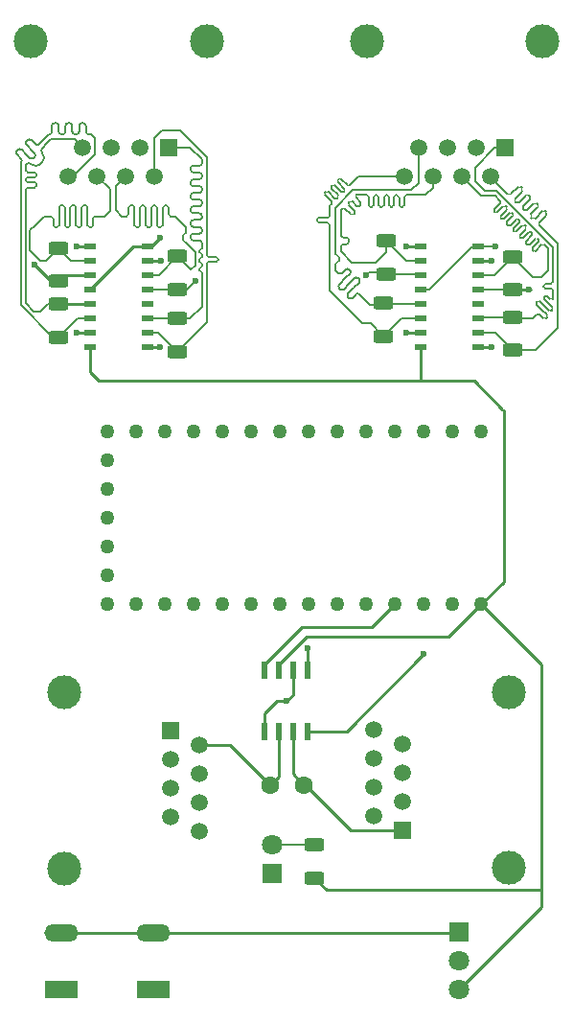
<source format=gtl>
G04 #@! TF.GenerationSoftware,KiCad,Pcbnew,8.0.0*
G04 #@! TF.CreationDate,2024-12-09T13:49:38-06:00*
G04 #@! TF.ProjectId,LightControlBoard,4c696768-7443-46f6-9e74-726f6c426f61,rev?*
G04 #@! TF.SameCoordinates,Original*
G04 #@! TF.FileFunction,Copper,L1,Top*
G04 #@! TF.FilePolarity,Positive*
%FSLAX46Y46*%
G04 Gerber Fmt 4.6, Leading zero omitted, Abs format (unit mm)*
G04 Created by KiCad (PCBNEW 8.0.0) date 2024-12-09 13:49:38*
%MOMM*%
%LPD*%
G01*
G04 APERTURE LIST*
G04 Aperture macros list*
%AMRoundRect*
0 Rectangle with rounded corners*
0 $1 Rounding radius*
0 $2 $3 $4 $5 $6 $7 $8 $9 X,Y pos of 4 corners*
0 Add a 4 corners polygon primitive as box body*
4,1,4,$2,$3,$4,$5,$6,$7,$8,$9,$2,$3,0*
0 Add four circle primitives for the rounded corners*
1,1,$1+$1,$2,$3*
1,1,$1+$1,$4,$5*
1,1,$1+$1,$6,$7*
1,1,$1+$1,$8,$9*
0 Add four rect primitives between the rounded corners*
20,1,$1+$1,$2,$3,$4,$5,0*
20,1,$1+$1,$4,$5,$6,$7,0*
20,1,$1+$1,$6,$7,$8,$9,0*
20,1,$1+$1,$8,$9,$2,$3,0*%
G04 Aperture macros list end*
G04 #@! TA.AperFunction,ComponentPad*
%ADD10R,1.800000X1.800000*%
G04 #@! TD*
G04 #@! TA.AperFunction,ComponentPad*
%ADD11C,1.800000*%
G04 #@! TD*
G04 #@! TA.AperFunction,ComponentPad*
%ADD12C,3.000000*%
G04 #@! TD*
G04 #@! TA.AperFunction,ComponentPad*
%ADD13C,1.500000*%
G04 #@! TD*
G04 #@! TA.AperFunction,ComponentPad*
%ADD14R,1.500000X1.500000*%
G04 #@! TD*
G04 #@! TA.AperFunction,ComponentPad*
%ADD15C,1.600000*%
G04 #@! TD*
G04 #@! TA.AperFunction,SMDPad,CuDef*
%ADD16RoundRect,0.250000X-0.625000X0.312500X-0.625000X-0.312500X0.625000X-0.312500X0.625000X0.312500X0*%
G04 #@! TD*
G04 #@! TA.AperFunction,SMDPad,CuDef*
%ADD17RoundRect,0.250000X0.625000X-0.312500X0.625000X0.312500X-0.625000X0.312500X-0.625000X-0.312500X0*%
G04 #@! TD*
G04 #@! TA.AperFunction,ComponentPad*
%ADD18C,1.265000*%
G04 #@! TD*
G04 #@! TA.AperFunction,SMDPad,CuDef*
%ADD19R,0.609600X1.549400*%
G04 #@! TD*
G04 #@! TA.AperFunction,SMDPad,CuDef*
%ADD20R,1.104900X0.508000*%
G04 #@! TD*
G04 #@! TA.AperFunction,ComponentPad*
%ADD21R,3.000000X1.500000*%
G04 #@! TD*
G04 #@! TA.AperFunction,ComponentPad*
%ADD22O,3.000000X1.500000*%
G04 #@! TD*
G04 #@! TA.AperFunction,ViaPad*
%ADD23C,0.600000*%
G04 #@! TD*
G04 #@! TA.AperFunction,Conductor*
%ADD24C,0.254000*%
G04 #@! TD*
G04 #@! TA.AperFunction,Conductor*
%ADD25C,0.200000*%
G04 #@! TD*
G04 APERTURE END LIST*
D10*
X134930000Y-112080000D03*
D11*
X134930000Y-109540000D03*
D12*
X116580000Y-111645000D03*
X116580000Y-96105000D03*
D13*
X128520000Y-108320000D03*
X125980000Y-107050000D03*
X128520000Y-105780000D03*
X125980000Y-104510000D03*
X128520000Y-103240000D03*
X125980000Y-101970000D03*
X128520000Y-100700000D03*
D14*
X125980000Y-99430000D03*
D15*
X134755000Y-104255000D03*
X137755000Y-104255000D03*
D16*
X144780000Y-61710000D03*
X144780000Y-64635000D03*
X116090000Y-56855000D03*
X116090000Y-59780000D03*
X116060000Y-61810000D03*
X116060000Y-64735000D03*
X126570000Y-63070000D03*
X126570000Y-65995000D03*
D14*
X125815000Y-47950000D03*
D13*
X124545000Y-50490000D03*
X123275000Y-47950000D03*
X122005000Y-50490000D03*
X120735000Y-47950000D03*
X119465000Y-50490000D03*
X118195000Y-47950000D03*
X116925000Y-50490000D03*
D12*
X129140000Y-38550000D03*
X113600000Y-38550000D03*
D17*
X138655000Y-112460000D03*
X138655000Y-109535000D03*
D10*
X151430000Y-117225000D03*
D11*
X151430000Y-119765000D03*
X151430000Y-122305000D03*
D14*
X155505000Y-47995000D03*
D13*
X154235000Y-50535000D03*
X152965000Y-47995000D03*
X151695000Y-50535000D03*
X150425000Y-47995000D03*
X149155000Y-50535000D03*
X147885000Y-47995000D03*
X146615000Y-50535000D03*
D12*
X158830000Y-38595000D03*
X143290000Y-38595000D03*
D18*
X153410000Y-73040000D03*
X150870000Y-73040000D03*
X148330000Y-73040000D03*
X145790000Y-73040000D03*
X143250000Y-73040000D03*
X140710000Y-73040000D03*
X138170000Y-73040000D03*
X135630000Y-73040000D03*
X133090000Y-73040000D03*
X130550000Y-73040000D03*
X128010000Y-73040000D03*
X125470000Y-73040000D03*
X122930000Y-73040000D03*
X120390000Y-73040000D03*
X120390000Y-75580000D03*
X120390000Y-78120000D03*
X120390000Y-80660000D03*
X120390000Y-83200000D03*
X120390000Y-85740000D03*
X120390000Y-88280000D03*
X122930000Y-88280000D03*
X125470000Y-88280000D03*
X128010000Y-88280000D03*
X130550000Y-88280000D03*
X133090000Y-88280000D03*
X135630000Y-88280000D03*
X138170000Y-88280000D03*
X140710000Y-88280000D03*
X143250000Y-88280000D03*
X145790000Y-88280000D03*
X148330000Y-88280000D03*
X150870000Y-88280000D03*
X153410000Y-88280000D03*
D19*
X138060000Y-99505000D03*
X136790000Y-99505000D03*
X135520000Y-99505000D03*
X134250000Y-99505000D03*
X134250000Y-94105000D03*
X135520000Y-94105000D03*
X136790000Y-94105000D03*
X138060000Y-94105000D03*
D20*
X153110000Y-65574262D03*
X153110000Y-64304262D03*
X153110000Y-63034262D03*
X153110000Y-61764262D03*
X153110000Y-60494262D03*
X153110000Y-59224262D03*
X153110000Y-57954262D03*
X153110000Y-56684262D03*
X148030000Y-56684262D03*
X148030000Y-57954262D03*
X148030000Y-59224262D03*
X148030000Y-60494262D03*
X148030000Y-61764262D03*
X148030000Y-63034262D03*
X148030000Y-64304262D03*
X148030000Y-65574262D03*
D16*
X156170000Y-57605000D03*
X156170000Y-60530000D03*
X126570000Y-57565000D03*
X126570000Y-60490000D03*
D21*
X116280000Y-122280000D03*
X124480000Y-122280000D03*
D22*
X116280000Y-117280000D03*
X124480000Y-117280000D03*
D16*
X145010000Y-56185000D03*
X145010000Y-59110000D03*
X156190000Y-62940000D03*
X156190000Y-65865000D03*
D14*
X146420000Y-108270000D03*
D13*
X143880000Y-107000000D03*
X146420000Y-105730000D03*
X143880000Y-104460000D03*
X146420000Y-103190000D03*
X143880000Y-101920000D03*
X146420000Y-100650000D03*
X143880000Y-99380000D03*
D12*
X155820000Y-111595000D03*
X155820000Y-96055000D03*
D20*
X123920000Y-65574262D03*
X123920000Y-64304262D03*
X123920000Y-63034262D03*
X123920000Y-61764262D03*
X123920000Y-60494262D03*
X123920000Y-59224262D03*
X123920000Y-57954262D03*
X123920000Y-56684262D03*
X118840000Y-56684262D03*
X118840000Y-57954262D03*
X118840000Y-59224262D03*
X118840000Y-60494262D03*
X118840000Y-61764262D03*
X118840000Y-63034262D03*
X118840000Y-64304262D03*
X118840000Y-65574262D03*
D23*
X148305000Y-92715000D03*
X136230000Y-96840000D03*
X138055000Y-92190000D03*
X125060000Y-55900000D03*
X154630000Y-56690000D03*
X125080000Y-57960000D03*
X117640000Y-64300000D03*
X125030000Y-65580000D03*
X154330000Y-57930000D03*
X154350000Y-65580000D03*
X146800000Y-56710000D03*
X117630000Y-56684262D03*
X146820000Y-64310000D03*
X143240000Y-59240000D03*
X157660000Y-60520000D03*
X113930000Y-58340000D03*
X128140000Y-59730000D03*
D24*
X141515000Y-99505000D02*
X138060000Y-99505000D01*
X148305000Y-92715000D02*
X141515000Y-99505000D01*
X134250000Y-97920000D02*
X135330000Y-96840000D01*
X134250000Y-99505000D02*
X134250000Y-97920000D01*
X135330000Y-96840000D02*
X136230000Y-96840000D01*
X136790000Y-94105000D02*
X136790000Y-96280000D01*
X136790000Y-96280000D02*
X136230000Y-96840000D01*
X131200000Y-100700000D02*
X128520000Y-100700000D01*
X134755000Y-104255000D02*
X131200000Y-100700000D01*
X137865000Y-104255000D02*
X141880000Y-108270000D01*
X137755000Y-104255000D02*
X137865000Y-104255000D01*
X141880000Y-108270000D02*
X146420000Y-108270000D01*
X136790000Y-103290000D02*
X137755000Y-104255000D01*
X136790000Y-99505000D02*
X136790000Y-103290000D01*
X135520000Y-103490000D02*
X134755000Y-104255000D01*
X135520000Y-99505000D02*
X135520000Y-103490000D01*
X135520000Y-93641500D02*
X137971500Y-91190000D01*
X150500000Y-91190000D02*
X153410000Y-88280000D01*
X135520000Y-94105000D02*
X135520000Y-93641500D01*
X137971500Y-91190000D02*
X150500000Y-91190000D01*
X143730000Y-90340000D02*
X145790000Y-88280000D01*
X137545100Y-90340000D02*
X143730000Y-90340000D01*
X134250000Y-93635100D02*
X137545100Y-90340000D01*
X134250000Y-94105000D02*
X134250000Y-93635100D01*
X138060000Y-92195000D02*
X138055000Y-92190000D01*
X138060000Y-94105000D02*
X138060000Y-92195000D01*
X139735000Y-113540000D02*
X158730000Y-113540000D01*
X138655000Y-112460000D02*
X139735000Y-113540000D01*
X158730000Y-115005000D02*
X158730000Y-113540000D01*
X158730000Y-113540000D02*
X158730000Y-93600000D01*
X158730000Y-93600000D02*
X153410000Y-88280000D01*
X151430000Y-122305000D02*
X158730000Y-115005000D01*
X151375000Y-117280000D02*
X151430000Y-117225000D01*
X124480000Y-117280000D02*
X151375000Y-117280000D01*
X116280000Y-117280000D02*
X124480000Y-117280000D01*
D25*
X134935000Y-109535000D02*
X134930000Y-109540000D01*
X138655000Y-109535000D02*
X134935000Y-109535000D01*
D24*
X124275738Y-56684262D02*
X123920000Y-56684262D01*
D25*
X148785738Y-60494262D02*
X152595738Y-56684262D01*
D24*
X125060000Y-55900000D02*
X124275738Y-56684262D01*
D25*
X152595738Y-56684262D02*
X153110000Y-56684262D01*
X148030000Y-60494262D02*
X148785738Y-60494262D01*
X153110000Y-56684262D02*
X154624262Y-56684262D01*
D24*
X123920000Y-56684262D02*
X122650000Y-56684262D01*
D25*
X154624262Y-56684262D02*
X154630000Y-56690000D01*
D24*
X122650000Y-56684262D02*
X118840000Y-60494262D01*
X153410000Y-88280000D02*
X155400000Y-86290000D01*
X148030000Y-65574262D02*
X148030000Y-68550000D01*
X155300000Y-71060000D02*
X152800000Y-68560000D01*
X148030000Y-68550000D02*
X148040000Y-68560000D01*
X118840000Y-67820000D02*
X119580000Y-68560000D01*
X119580000Y-68560000D02*
X148040000Y-68560000D01*
X152800000Y-68560000D02*
X148040000Y-68560000D01*
X155400000Y-86290000D02*
X155400000Y-71160000D01*
X118840000Y-65574262D02*
X118840000Y-67820000D01*
X125074262Y-57954262D02*
X125080000Y-57960000D01*
X123920000Y-57954262D02*
X125074262Y-57954262D01*
X117644262Y-64304262D02*
X117640000Y-64300000D01*
X118840000Y-64304262D02*
X117644262Y-64304262D01*
X125024262Y-65574262D02*
X125030000Y-65580000D01*
X123920000Y-65574262D02*
X125024262Y-65574262D01*
X153110000Y-57954262D02*
X154305738Y-57954262D01*
X154305738Y-57954262D02*
X154330000Y-57930000D01*
X154344262Y-65574262D02*
X154350000Y-65580000D01*
X153110000Y-65574262D02*
X154344262Y-65574262D01*
X148030000Y-56684262D02*
X146825738Y-56684262D01*
X146825738Y-56684262D02*
X146800000Y-56710000D01*
X117630000Y-56684262D02*
X118840000Y-56684262D01*
X146825738Y-64304262D02*
X146820000Y-64310000D01*
X148030000Y-64304262D02*
X146825738Y-64304262D01*
D25*
X140530000Y-58779314D02*
X140530000Y-58297108D01*
X147885000Y-51075000D02*
X147885000Y-47995000D01*
X142665776Y-60915089D02*
X142743558Y-60992872D01*
X140862658Y-60384764D02*
X140940439Y-60462545D01*
X142743558Y-60992872D02*
X143107537Y-61356851D01*
X141251566Y-60462545D02*
X141732398Y-59981712D01*
X140530000Y-57347108D02*
X140530000Y-57097108D01*
X143598186Y-61847500D02*
X144770000Y-61847500D01*
X144770000Y-61847500D02*
X144780000Y-61837500D01*
X143107537Y-61356851D02*
X143598186Y-61847500D01*
X141499054Y-59437242D02*
X140862658Y-60073637D01*
X144780000Y-61837500D02*
X144780000Y-61710000D01*
X141640472Y-61162578D02*
X141718253Y-61240359D01*
X144834262Y-61764262D02*
X144780000Y-61710000D01*
X142524357Y-59500879D02*
X142602138Y-59578660D01*
X142602139Y-59889788D02*
X142121305Y-60370619D01*
X140880000Y-57947108D02*
X140880000Y-57697108D01*
X147220000Y-51740000D02*
X147885000Y-51075000D01*
X141746543Y-58723065D02*
X141824324Y-58800846D01*
X140530000Y-53290000D02*
X142080000Y-51740000D01*
X148030000Y-61764262D02*
X144834262Y-61764262D01*
X142121305Y-60370619D02*
X141640472Y-60851451D01*
X142080000Y-51740000D02*
X147220000Y-51740000D01*
X141824325Y-59111974D02*
X141499054Y-59437242D01*
X141732398Y-59981712D02*
X142213229Y-59500878D01*
X140530000Y-53335612D02*
X140530000Y-53290000D01*
X140530000Y-57097108D02*
X140530000Y-53335612D01*
X141110147Y-59048335D02*
X141435417Y-58723066D01*
X140799021Y-59048335D02*
X140530000Y-58779314D01*
X142029380Y-61240359D02*
X142354649Y-60915089D01*
X141640472Y-60851451D02*
G75*
G03*
X141640487Y-61162563I155528J-155549D01*
G01*
X142213230Y-59500879D02*
G75*
G02*
X142524364Y-59500872I155570J-155521D01*
G01*
X142354649Y-60915089D02*
G75*
G02*
X142665776Y-60915089I155564J-155565D01*
G01*
X142602138Y-59578660D02*
G75*
G02*
X142602114Y-59889763I-155538J-155540D01*
G01*
X141435418Y-58723067D02*
G75*
G02*
X141746562Y-58723046I155582J-155533D01*
G01*
X140880000Y-57697108D02*
G75*
G03*
X140705000Y-57522100I-175000J8D01*
G01*
X140705000Y-57522108D02*
G75*
G02*
X140529992Y-57347108I0J175008D01*
G01*
X140530000Y-58297108D02*
G75*
G02*
X140705000Y-58122100I175000J8D01*
G01*
X140799022Y-59048334D02*
G75*
G03*
X141110146Y-59048334I155562J155560D01*
G01*
X140705000Y-58122108D02*
G75*
G03*
X140880008Y-57947108I0J175008D01*
G01*
X141718253Y-61240359D02*
G75*
G03*
X142029380Y-61240359I155564J155565D01*
G01*
X140862658Y-60073637D02*
G75*
G03*
X140862659Y-60384763I155542J-155563D01*
G01*
X140940439Y-60462545D02*
G75*
G03*
X141251566Y-60462545I155564J155565D01*
G01*
X141824324Y-58800846D02*
G75*
G02*
X141824314Y-59111963I-155524J-155554D01*
G01*
X156886202Y-55946813D02*
X156829633Y-55890244D01*
X155365921Y-53167882D02*
X154849734Y-53684070D01*
X155132575Y-53966912D02*
X155648763Y-53450725D01*
X158760037Y-56561998D02*
X158243850Y-57078186D01*
X157628665Y-55430626D02*
X157112478Y-55946814D01*
X157062979Y-54864940D02*
X156546792Y-55381128D01*
X159330000Y-58810000D02*
X159330000Y-56905686D01*
X156320516Y-55381127D02*
X156263947Y-55324558D01*
X154623458Y-53684069D02*
X154566889Y-53627500D01*
X157451888Y-56512499D02*
X157395319Y-56455930D01*
X158194351Y-55996312D02*
X157678164Y-56512500D01*
X154624314Y-52200000D02*
X153611354Y-52200000D01*
X156263947Y-55098284D02*
X156780135Y-54582097D01*
X156214448Y-53790135D02*
X156157883Y-53733569D01*
X157395319Y-56229656D02*
X157911507Y-55713469D01*
X158710000Y-59430000D02*
X159330000Y-58810000D01*
X156780134Y-54355821D02*
X156723569Y-54299255D01*
X155648762Y-53224449D02*
X155592197Y-53167883D01*
X158017574Y-57078185D02*
X157961005Y-57021616D01*
X155189144Y-54249755D02*
X155132575Y-54193186D01*
X157911506Y-55487193D02*
X157854941Y-55430627D01*
X159330000Y-56905686D02*
X158986313Y-56561999D01*
X155931607Y-53733568D02*
X155415420Y-54249756D01*
X154550738Y-59224262D02*
X156170000Y-57605000D01*
X157961005Y-56795342D02*
X158477193Y-56279155D01*
X153110000Y-59224262D02*
X154550738Y-59224262D01*
X155754830Y-54815441D02*
X155698261Y-54758872D01*
X156829633Y-55663970D02*
X157345821Y-55147783D01*
X157345820Y-54921507D02*
X157289255Y-54864941D01*
X156497293Y-54299254D02*
X155981106Y-54815442D01*
X157995000Y-59430000D02*
X158710000Y-59430000D01*
X153360000Y-52200000D02*
X151695000Y-50535000D01*
X155083076Y-52658763D02*
X155026511Y-52602197D01*
X156170000Y-57605000D02*
X157995000Y-59430000D01*
X155698261Y-54532598D02*
X156214449Y-54016411D01*
X154566889Y-53401226D02*
X155083077Y-52885039D01*
X158477192Y-56052879D02*
X158420627Y-55996313D01*
X153611354Y-52200000D02*
X153360000Y-52200000D01*
X155026511Y-52602197D02*
X154624314Y-52200000D01*
X155648762Y-53450724D02*
G75*
G03*
X155648749Y-53224462I-113162J113124D01*
G01*
X158243849Y-57078185D02*
G75*
G02*
X158017562Y-57078197I-113149J113185D01*
G01*
X155083077Y-52885039D02*
G75*
G03*
X155083077Y-52658762I-113177J113139D01*
G01*
X155592197Y-53167883D02*
G75*
G03*
X155365963Y-53167924I-113097J-113117D01*
G01*
X155132575Y-54193186D02*
G75*
G02*
X155132526Y-53966863I113125J113186D01*
G01*
X157289255Y-54864941D02*
G75*
G03*
X157062963Y-54864924I-113155J-113159D01*
G01*
X157345821Y-55147783D02*
G75*
G03*
X157345865Y-54921462I-113121J113183D01*
G01*
X157961005Y-57021616D02*
G75*
G02*
X157961026Y-56795363I113095J113116D01*
G01*
X156263947Y-55324558D02*
G75*
G02*
X156263926Y-55098263I113153J113158D01*
G01*
X157112478Y-55946814D02*
G75*
G02*
X156886162Y-55946853I-113178J113114D01*
G01*
X157395319Y-56455930D02*
G75*
G02*
X157395326Y-56229663I113181J113130D01*
G01*
X156157883Y-53733569D02*
G75*
G03*
X155931563Y-53733524I-113183J-113131D01*
G01*
X155981106Y-54815442D02*
G75*
G02*
X155754862Y-54815409I-113106J113142D01*
G01*
X156214448Y-54016410D02*
G75*
G03*
X156214421Y-53790162I-113148J113110D01*
G01*
X156546792Y-55381128D02*
G75*
G02*
X156320562Y-55381081I-113092J113128D01*
G01*
X157911507Y-55713469D02*
G75*
G03*
X157911537Y-55487162I-113107J113169D01*
G01*
X154849734Y-53684070D02*
G75*
G02*
X154623462Y-53684065I-113134J113170D01*
G01*
X158477193Y-56279155D02*
G75*
G03*
X158477209Y-56052862I-113093J113155D01*
G01*
X155415420Y-54249756D02*
G75*
G02*
X155189162Y-54249737I-113120J113156D01*
G01*
X154566889Y-53627500D02*
G75*
G02*
X154566926Y-53401263I113111J113100D01*
G01*
X157854941Y-55430627D02*
G75*
G03*
X157628663Y-55430624I-113141J-113173D01*
G01*
X156829633Y-55890244D02*
G75*
G02*
X156829626Y-55663963I113167J113144D01*
G01*
X156723569Y-54299255D02*
G75*
G03*
X156497263Y-54299224I-113169J-113145D01*
G01*
X156780135Y-54582097D02*
G75*
G03*
X156780093Y-54355862I-113135J113097D01*
G01*
X158986313Y-56561999D02*
G75*
G03*
X158760063Y-56562024I-113113J-113101D01*
G01*
X158420627Y-55996313D02*
G75*
G03*
X158194363Y-55996324I-113127J-113087D01*
G01*
X155698261Y-54758872D02*
G75*
G02*
X155698226Y-54532563I113139J113172D01*
G01*
X157678163Y-56512499D02*
G75*
G02*
X157451862Y-56512525I-113163J113099D01*
G01*
X145010000Y-59110000D02*
X147915738Y-59110000D01*
X144530000Y-59020000D02*
X144740000Y-59230000D01*
X143240000Y-59240000D02*
X143460000Y-59020000D01*
D24*
X152965000Y-47995000D02*
X152711891Y-47995000D01*
D25*
X147915738Y-59110000D02*
X148030000Y-59224262D01*
X143460000Y-59020000D02*
X144530000Y-59020000D01*
X140816368Y-50747995D02*
X140759799Y-50804563D01*
X140179970Y-52940026D02*
X140123403Y-52996596D01*
X141028500Y-51865225D02*
X140476956Y-51313681D01*
X141594186Y-51299539D02*
X141042642Y-50747995D01*
X139060000Y-54580000D02*
X139840000Y-54580000D01*
X148030000Y-63034262D02*
X146380738Y-63034262D01*
X139684996Y-51879367D02*
X139628427Y-51935935D01*
X142585000Y-50535000D02*
X141820461Y-51299539D01*
X146615000Y-50535000D02*
X142585000Y-50535000D01*
X140689089Y-52430910D02*
X140689089Y-52430911D01*
X146380738Y-63034262D02*
X144780000Y-64635000D01*
X142917500Y-63497500D02*
X143642500Y-63497500D01*
X138900000Y-54340000D02*
X138900000Y-54420000D01*
X140462814Y-52430911D02*
X139911270Y-51879367D01*
X143642500Y-63497500D02*
X144780000Y-64635000D01*
X140000000Y-60580000D02*
X140000000Y-55074206D01*
X140000000Y-54740000D02*
X140000000Y-54820000D01*
X140000000Y-54820000D02*
X140000000Y-55074206D01*
X140194113Y-51596523D02*
X140745656Y-52148066D01*
X139840000Y-54180000D02*
X139060000Y-54180000D01*
X139628427Y-52162209D02*
X140179970Y-52713752D01*
X140759799Y-51030837D02*
X141311342Y-51582380D01*
X140000000Y-53120000D02*
X140000000Y-54020000D01*
X140250682Y-51313681D02*
X140194113Y-51370249D01*
X142917500Y-63497500D02*
X140000000Y-60580000D01*
X141254775Y-51865224D02*
X141254775Y-51865225D01*
X140745656Y-52374340D02*
X140689089Y-52430910D01*
X141311342Y-51808654D02*
X141254775Y-51865224D01*
X140123403Y-52996596D02*
X140000000Y-53120000D01*
X140745656Y-52148066D02*
G75*
G02*
X140745653Y-52374337I-113156J-113134D01*
G01*
X141254775Y-51865225D02*
G75*
G02*
X141028501Y-51865224I-113137J113138D01*
G01*
X140000000Y-54020000D02*
G75*
G02*
X139840000Y-54180000I-160000J0D01*
G01*
X140476955Y-51313682D02*
G75*
G03*
X140250683Y-51313682I-113136J-113136D01*
G01*
X140179969Y-52713753D02*
G75*
G02*
X140179980Y-52940036I-113169J-113147D01*
G01*
X139840000Y-54580000D02*
G75*
G02*
X140000000Y-54740000I0J-160000D01*
G01*
X140689089Y-52430911D02*
G75*
G02*
X140462815Y-52430910I-113137J113138D01*
G01*
X138900000Y-54420000D02*
G75*
G03*
X139060000Y-54580000I160000J0D01*
G01*
X139628427Y-51935935D02*
G75*
G03*
X139628399Y-52162237I113173J-113165D01*
G01*
X141311342Y-51582380D02*
G75*
G02*
X141311325Y-51808637I-113142J-113120D01*
G01*
X141042641Y-50747996D02*
G75*
G03*
X140816369Y-50747996I-113136J-113136D01*
G01*
X139060000Y-54180000D02*
G75*
G03*
X138900000Y-54340000I0J-160000D01*
G01*
X140759799Y-50804563D02*
G75*
G03*
X140759799Y-51030837I113101J-113137D01*
G01*
X139911269Y-51879368D02*
G75*
G03*
X139684997Y-51879368I-113136J-113136D01*
G01*
X140194113Y-51370249D02*
G75*
G03*
X140194099Y-51596537I113087J-113151D01*
G01*
X141820461Y-51299539D02*
G75*
G02*
X141594187Y-51299538I-113137J113138D01*
G01*
X144362251Y-53030000D02*
X144362251Y-52340000D01*
X141777243Y-52732760D02*
X141713603Y-52796398D01*
X141020000Y-53490000D02*
X141020000Y-55113802D01*
X143912251Y-52340000D02*
X143912251Y-53030000D01*
X142349999Y-52414560D02*
X142731837Y-52796398D01*
X144182251Y-52160000D02*
X144092251Y-52160000D01*
X144606250Y-57626250D02*
X144912500Y-57320000D01*
X145010000Y-56185000D02*
X145010000Y-57222500D01*
X145532251Y-53210000D02*
X145442251Y-53210000D01*
X145010000Y-57222500D02*
X144606250Y-57626250D01*
X145262251Y-53030000D02*
X145262251Y-52340000D01*
X143192251Y-52160000D02*
X142350000Y-52160000D01*
X149155000Y-51495000D02*
X148490000Y-52160000D01*
X141020000Y-57150000D02*
X141990000Y-58120000D01*
X141020000Y-55113802D02*
X141020000Y-55667033D01*
X145712251Y-52340000D02*
X145712251Y-53030000D01*
X144632251Y-53210000D02*
X144542251Y-53210000D01*
X141883308Y-53857060D02*
X141395405Y-53369157D01*
X141020000Y-56867033D02*
X141020000Y-57150000D01*
X143732251Y-53210000D02*
X143642251Y-53210000D01*
X146612251Y-52340000D02*
X146612251Y-53030000D01*
X141077205Y-53432796D02*
X141020000Y-53490000D01*
X145082251Y-52160000D02*
X144992251Y-52160000D01*
X146779262Y-57954262D02*
X148030000Y-57954262D01*
X143282251Y-52160000D02*
X143192251Y-52160000D01*
X145010000Y-56185000D02*
X146779262Y-57954262D01*
X143462251Y-53030000D02*
X143462251Y-52340000D01*
X141720000Y-56147033D02*
X141720000Y-56267033D01*
X145982251Y-52160000D02*
X145892251Y-52160000D01*
X144112500Y-58120000D02*
X144606250Y-57626250D01*
X141990000Y-58120000D02*
X144112500Y-58120000D01*
X142731838Y-53050956D02*
X142668198Y-53114597D01*
X141260000Y-55907033D02*
X141480000Y-55907033D01*
X148490000Y-52160000D02*
X146792251Y-52160000D01*
X141020000Y-56747033D02*
X141020000Y-56867033D01*
X142413640Y-53114596D02*
X142031803Y-52732759D01*
X141140845Y-53369158D02*
X141077205Y-53432796D01*
X146432251Y-53210000D02*
X146342251Y-53210000D01*
X146162251Y-53030000D02*
X146162251Y-52340000D01*
X149155000Y-50535000D02*
X149155000Y-51495000D01*
X141713603Y-52796398D02*
X141713602Y-52796398D01*
X142201506Y-53793420D02*
X142137866Y-53857061D01*
X141480000Y-56507033D02*
X141260000Y-56507033D01*
X144812251Y-52340000D02*
X144812251Y-53030000D01*
X141713601Y-53050958D02*
X142201505Y-53538862D01*
X143462251Y-52340000D02*
G75*
G03*
X143282251Y-52160049I-179951J0D01*
G01*
X141395405Y-53369157D02*
G75*
G03*
X141140820Y-53369133I-127305J-127243D01*
G01*
X141720000Y-56267033D02*
G75*
G02*
X141480000Y-56507000I-240000J33D01*
G01*
X145262251Y-52340000D02*
G75*
G03*
X145082251Y-52160049I-179951J0D01*
G01*
X142137865Y-53857060D02*
G75*
G02*
X141883321Y-53857047I-127265J127260D01*
G01*
X142731837Y-52796398D02*
G75*
G02*
X142731860Y-53050978I-127237J-127302D01*
G01*
X142350000Y-52160000D02*
G75*
G03*
X142349980Y-52414579I127300J-127300D01*
G01*
X145712251Y-53030000D02*
G75*
G02*
X145532251Y-53209951I-179951J0D01*
G01*
X143642251Y-53210000D02*
G75*
G02*
X143462300Y-53030000I49J180000D01*
G01*
X141713602Y-52796398D02*
G75*
G03*
X141713580Y-53050979I127298J-127302D01*
G01*
X141260000Y-56507033D02*
G75*
G03*
X141020033Y-56747033I0J-239967D01*
G01*
X144992251Y-52160000D02*
G75*
G03*
X144812300Y-52340000I49J-180000D01*
G01*
X145442251Y-53210000D02*
G75*
G02*
X145262300Y-53030000I49J180000D01*
G01*
X146342251Y-53210000D02*
G75*
G02*
X146162300Y-53030000I49J180000D01*
G01*
X144092251Y-52160000D02*
G75*
G03*
X143912300Y-52340000I49J-180000D01*
G01*
X146792251Y-52160000D02*
G75*
G03*
X146612300Y-52340000I49J-180000D01*
G01*
X142668197Y-53114596D02*
G75*
G02*
X142413621Y-53114615I-127297J127296D01*
G01*
X143912251Y-53030000D02*
G75*
G02*
X143732251Y-53209951I-179951J0D01*
G01*
X144812251Y-53030000D02*
G75*
G02*
X144632251Y-53209951I-179951J0D01*
G01*
X142201505Y-53538862D02*
G75*
G02*
X142201464Y-53793378I-127305J-127238D01*
G01*
X144542251Y-53210000D02*
G75*
G02*
X144362300Y-53030000I49J180000D01*
G01*
X146162251Y-52340000D02*
G75*
G03*
X145982251Y-52160049I-179951J0D01*
G01*
X141020000Y-55667033D02*
G75*
G03*
X141260000Y-55907000I240000J33D01*
G01*
X145892251Y-52160000D02*
G75*
G03*
X145712300Y-52340000I49J-180000D01*
G01*
X146612251Y-53030000D02*
G75*
G02*
X146432251Y-53209951I-179951J0D01*
G01*
X141480000Y-55907033D02*
G75*
G02*
X141719967Y-56147033I0J-239967D01*
G01*
X144362251Y-52340000D02*
G75*
G03*
X144182251Y-52160049I-179951J0D01*
G01*
X142031802Y-52732760D02*
G75*
G03*
X141777220Y-52732737I-127302J-127240D01*
G01*
X159397660Y-62335307D02*
X159051178Y-61988825D01*
X157080451Y-63040000D02*
X156290000Y-63040000D01*
X159220882Y-62950490D02*
X159164313Y-63007060D01*
X158930000Y-60154505D02*
X158930000Y-60234505D01*
X159051178Y-61988825D02*
X158598627Y-61536275D01*
X159090000Y-60394505D02*
X159570000Y-60394505D01*
X158987536Y-61359496D02*
X159220881Y-61592841D01*
X158938039Y-63007060D02*
X158598628Y-62667649D01*
X158768332Y-62271665D02*
X159220882Y-62724216D01*
X159503725Y-61310000D02*
X159270379Y-61076654D01*
X153730000Y-51750000D02*
X154740000Y-51750000D01*
X154740000Y-51750000D02*
X159730000Y-56740000D01*
X154615000Y-47995000D02*
X152890000Y-49720000D01*
X155505000Y-47995000D02*
X154615000Y-47995000D01*
X159730000Y-56740000D02*
X159730000Y-59834505D01*
X159044105Y-61076654D02*
X158987536Y-61133222D01*
X158000000Y-63040000D02*
X157080451Y-63040000D01*
X159220881Y-61592841D02*
X159680503Y-62052463D01*
X152890000Y-50910000D02*
X153730000Y-51750000D01*
D24*
X153155738Y-63080000D02*
X153110000Y-63034262D01*
D25*
X159730000Y-60634505D02*
X159730000Y-61310000D01*
X156290000Y-63040000D02*
X156190000Y-62940000D01*
X159680503Y-62278737D02*
X159623934Y-62335307D01*
X158315784Y-62724217D02*
X158000000Y-63040000D01*
X152890000Y-49720000D02*
X152890000Y-50910000D01*
X159570000Y-59994505D02*
X159090000Y-59994505D01*
X158315784Y-61819117D02*
X158768332Y-62271665D01*
X153204262Y-62940000D02*
X153110000Y-63034262D01*
X158372353Y-61536275D02*
X158315784Y-61592843D01*
X156002500Y-62940000D02*
X153204262Y-62940000D01*
X158372354Y-62667649D02*
X158315784Y-62724217D01*
X156102500Y-63040000D02*
X156002500Y-62940000D01*
X159730000Y-60554505D02*
X159730000Y-60634505D01*
X159680502Y-62052464D02*
G75*
G02*
X159680502Y-62278736I-113102J-113136D01*
G01*
X159090000Y-59994505D02*
G75*
G03*
X158930005Y-60154505I0J-159995D01*
G01*
X159730000Y-59834505D02*
G75*
G02*
X159570000Y-59994500I-160000J5D01*
G01*
X159164312Y-63007059D02*
G75*
G02*
X158938040Y-63007059I-113136J113136D01*
G01*
X159730000Y-61310000D02*
G75*
G02*
X159503726Y-61309999I-113137J113138D01*
G01*
X158598627Y-62667650D02*
G75*
G03*
X158372355Y-62667650I-113136J-113136D01*
G01*
X158598626Y-61536276D02*
G75*
G03*
X158372354Y-61536276I-113136J-113136D01*
G01*
X159220881Y-62724217D02*
G75*
G02*
X159220928Y-62950536I-113181J-113183D01*
G01*
X158315784Y-61592843D02*
G75*
G03*
X158315764Y-61819137I113116J-113157D01*
G01*
X159570000Y-60394505D02*
G75*
G02*
X159729995Y-60554505I0J-159995D01*
G01*
X159623933Y-62335306D02*
G75*
G02*
X159397661Y-62335306I-113136J113136D01*
G01*
X159270378Y-61076655D02*
G75*
G03*
X159044106Y-61076655I-113136J-113136D01*
G01*
X158930000Y-60234505D02*
G75*
G03*
X159090000Y-60394500I160000J5D01*
G01*
X158987537Y-61133223D02*
G75*
G03*
X158987496Y-61359536I113163J-113177D01*
G01*
X160140000Y-63930000D02*
X160140000Y-56440000D01*
X157899650Y-54199650D02*
X157828941Y-54128941D01*
X156662213Y-51477289D02*
X156061172Y-52078329D01*
X158205000Y-65865000D02*
X156190000Y-65865000D01*
X155707620Y-52007620D02*
X155118526Y-51418526D01*
X160140000Y-56440000D02*
X158536048Y-54836048D01*
X157015767Y-51548000D02*
X156945056Y-51477289D01*
X157722874Y-52255107D02*
X157652163Y-52184396D01*
X154629262Y-64304262D02*
X156190000Y-65865000D01*
X157369320Y-52184396D02*
X156768279Y-52785436D01*
X158536048Y-54553205D02*
X159137088Y-53952164D01*
X160140000Y-63930000D02*
X158205000Y-65865000D01*
X157192543Y-53492543D02*
X157121834Y-53421834D01*
X158076427Y-52891503D02*
X157475386Y-53492543D01*
X153110000Y-64304262D02*
X154629262Y-64304262D01*
X156485436Y-52785436D02*
X156414727Y-52714727D01*
X156414727Y-52431884D02*
X157015767Y-51830843D01*
X155778329Y-52078329D02*
X155707620Y-52007620D01*
X155118526Y-51418526D02*
X154235000Y-50535000D01*
X158783534Y-53598610D02*
X158182493Y-54199650D01*
X158429981Y-52962214D02*
X158359270Y-52891503D01*
X157121834Y-53138991D02*
X157722874Y-52537950D01*
X157828941Y-53846098D02*
X158429981Y-53245057D01*
X159137088Y-53669321D02*
X159066377Y-53598610D01*
X158359269Y-52891504D02*
G75*
G03*
X158076428Y-52891504I-141420J-141419D01*
G01*
X157015767Y-51830843D02*
G75*
G03*
X157015788Y-51547979I-141467J141443D01*
G01*
X159137088Y-53952164D02*
G75*
G03*
X159137130Y-53669279I-141388J141464D01*
G01*
X156768278Y-52785435D02*
G75*
G02*
X156485437Y-52785435I-141420J141419D01*
G01*
X157828941Y-54128941D02*
G75*
G02*
X157828922Y-53846079I141459J141441D01*
G01*
X157121834Y-53421834D02*
G75*
G02*
X157121822Y-53138979I141466J141434D01*
G01*
X156414728Y-52714726D02*
G75*
G02*
X156414722Y-52431879I141372J141426D01*
G01*
X158536048Y-54836048D02*
G75*
G02*
X158536022Y-54553179I141452J141448D01*
G01*
X157652162Y-52184397D02*
G75*
G03*
X157369321Y-52184397I-141420J-141419D01*
G01*
X156061171Y-52078328D02*
G75*
G02*
X155778330Y-52078328I-141420J141419D01*
G01*
X158182492Y-54199649D02*
G75*
G02*
X157899651Y-54199649I-141420J141419D01*
G01*
X156945055Y-51477290D02*
G75*
G03*
X156662214Y-51477290I-141420J-141419D01*
G01*
X157722873Y-52537949D02*
G75*
G03*
X157722902Y-52255079I-141373J141449D01*
G01*
X159066376Y-53598611D02*
G75*
G03*
X158783535Y-53598611I-141420J-141419D01*
G01*
X157475385Y-53492542D02*
G75*
G02*
X157192544Y-53492542I-141420J141419D01*
G01*
X158429981Y-53245057D02*
G75*
G03*
X158430016Y-52962179I-141381J141457D01*
G01*
X156134262Y-60494262D02*
X156170000Y-60530000D01*
D24*
X157660000Y-60520000D02*
X156180000Y-60520000D01*
D25*
X157850000Y-60520000D02*
X157830000Y-60500000D01*
D24*
X156180000Y-60520000D02*
X156170000Y-60530000D01*
D25*
X153110000Y-60494262D02*
X156134262Y-60494262D01*
X116411540Y-53030000D02*
X116311540Y-53030000D01*
X113550000Y-55290000D02*
X113990541Y-54849459D01*
X120620000Y-53530000D02*
X120120000Y-54030000D01*
X116611540Y-54030000D02*
X116611540Y-53230000D01*
X113550000Y-57050000D02*
X113550000Y-55290000D01*
X115411540Y-54030000D02*
X115311540Y-54030000D01*
X115311540Y-54030000D02*
X114810000Y-54030000D01*
X117611540Y-54830000D02*
X117611540Y-54030000D01*
X117411540Y-53030000D02*
X117311540Y-53030000D01*
X117911540Y-55030000D02*
X117811540Y-55030000D01*
X120120000Y-54030000D02*
X119311540Y-54030000D01*
X114454262Y-57954262D02*
X113550000Y-57050000D01*
X118111540Y-54139461D02*
X118111540Y-54030000D01*
X118840000Y-57954262D02*
X118040000Y-57954262D01*
X119111540Y-54230000D02*
X119111540Y-54830000D01*
X118411540Y-53030000D02*
X118311540Y-53030000D01*
X119465000Y-50490000D02*
X120620000Y-51645000D01*
X115611540Y-54830000D02*
X115611540Y-54230000D01*
X118611540Y-54230000D02*
X118611540Y-53230000D01*
X118611540Y-54830000D02*
X118611540Y-54230000D01*
X117611540Y-54030000D02*
X117611540Y-53230000D01*
X117111540Y-54030000D02*
X117111540Y-54830000D01*
X120620000Y-51645000D02*
X120620000Y-53530000D01*
X116611540Y-54830000D02*
X116611540Y-54030000D01*
X118111540Y-54830000D02*
X118111540Y-54139461D01*
X115911540Y-55030000D02*
X115811540Y-55030000D01*
X116111540Y-54030000D02*
X116111540Y-54830000D01*
X116111540Y-53230000D02*
X116111540Y-54030000D01*
X117189262Y-57954262D02*
X118040000Y-57954262D01*
X116911540Y-55030000D02*
X116811540Y-55030000D01*
X114990738Y-57954262D02*
X114454262Y-57954262D01*
X118911540Y-55030000D02*
X118811540Y-55030000D01*
X116090000Y-56855000D02*
X117189262Y-57954262D01*
X118111540Y-53230000D02*
X118111540Y-54030000D01*
X117111540Y-53230000D02*
X117111540Y-54030000D01*
X114810000Y-54030000D02*
X113990541Y-54849459D01*
X116090000Y-56855000D02*
X114990738Y-57954262D01*
X117311540Y-53030000D02*
G75*
G03*
X117111500Y-53230000I-40J-200000D01*
G01*
X115811540Y-55030000D02*
G75*
G02*
X115611500Y-54830000I-40J200000D01*
G01*
X119311540Y-54030000D02*
G75*
G03*
X119111500Y-54230000I-40J-200000D01*
G01*
X117111540Y-54830000D02*
G75*
G02*
X116911540Y-55030040I-200040J0D01*
G01*
X118111540Y-54830000D02*
G75*
G02*
X117911540Y-55030040I-200040J0D01*
G01*
X118311540Y-53030000D02*
G75*
G03*
X118111500Y-53230000I-40J-200000D01*
G01*
X119111540Y-54830000D02*
G75*
G02*
X118911540Y-55030040I-200040J0D01*
G01*
X116611540Y-53230000D02*
G75*
G03*
X116411540Y-53029960I-200040J0D01*
G01*
X116811540Y-55030000D02*
G75*
G02*
X116611500Y-54830000I-40J200000D01*
G01*
X116311540Y-53030000D02*
G75*
G03*
X116111500Y-53230000I-40J-200000D01*
G01*
X118611540Y-53230000D02*
G75*
G03*
X118411540Y-53029960I-200040J0D01*
G01*
X116111540Y-54830000D02*
G75*
G02*
X115911540Y-55030040I-200040J0D01*
G01*
X117611540Y-53230000D02*
G75*
G03*
X117411540Y-53029960I-200040J0D01*
G01*
X117811540Y-55030000D02*
G75*
G02*
X117611500Y-54830000I-40J200000D01*
G01*
X115611540Y-54230000D02*
G75*
G03*
X115411540Y-54029960I-200040J0D01*
G01*
X118811540Y-55030000D02*
G75*
G02*
X118611500Y-54830000I-40J200000D01*
G01*
X118840000Y-46800000D02*
X118910000Y-46800000D01*
X117520000Y-46800000D02*
X117640000Y-46800000D01*
X115480000Y-46560000D02*
X115480000Y-46040000D01*
X118910000Y-46800000D02*
X119245000Y-47135000D01*
X113655100Y-47310100D02*
X114022796Y-47677796D01*
X114447060Y-47592941D02*
X115240000Y-46800000D01*
X116320000Y-46800000D02*
X116440000Y-46800000D01*
X115720000Y-45800000D02*
X115840000Y-45800000D01*
X114362208Y-47677795D02*
X114447060Y-47592941D01*
X119245000Y-47135000D02*
X119245000Y-48545000D01*
X118840000Y-63034262D02*
X117760738Y-63034262D01*
X117880000Y-46560000D02*
X117880000Y-46040000D01*
X113230836Y-47394951D02*
X113315688Y-47310100D01*
X116080000Y-46040000D02*
X116080000Y-46560000D01*
X112750000Y-61895686D02*
X112750000Y-49290000D01*
X113174267Y-48526326D02*
X113527818Y-48879876D01*
X117760738Y-63034262D02*
X116060000Y-64735000D01*
X116060000Y-64735000D02*
X115589314Y-64735000D01*
X118120000Y-45800000D02*
X118240000Y-45800000D01*
X119245000Y-48545000D02*
X117300000Y-50490000D01*
X113952082Y-48455611D02*
X113768234Y-48271763D01*
X113768234Y-48271763D02*
X113230835Y-47734363D01*
X112382305Y-48243483D02*
X112467159Y-48158630D01*
X116680000Y-46560000D02*
X116680000Y-46040000D01*
X118720000Y-46800000D02*
X118840000Y-46800000D01*
X117300000Y-50490000D02*
X116925000Y-50490000D01*
X113867230Y-48879876D02*
X113952082Y-48795023D01*
X115589314Y-64735000D02*
X112750000Y-61895686D01*
X112806571Y-48158630D02*
X113174267Y-48526326D01*
X112750001Y-48950588D02*
X112382306Y-48582893D01*
X116920000Y-45800000D02*
X117040000Y-45800000D01*
X117280000Y-46040000D02*
X117280000Y-46560000D01*
X118480000Y-46040000D02*
X118480000Y-46560000D01*
X118480000Y-46560000D02*
G75*
G03*
X118720000Y-46800000I240000J0D01*
G01*
X112467160Y-48158631D02*
G75*
G02*
X112806570Y-48158631I169705J-169707D01*
G01*
X112382307Y-48582892D02*
G75*
G02*
X112382318Y-48243496I169693J169692D01*
G01*
X117880000Y-46040000D02*
G75*
G02*
X118120000Y-45800000I240000J0D01*
G01*
X113952082Y-48795023D02*
G75*
G03*
X113952099Y-48455594I-169682J169723D01*
G01*
X113527818Y-48879876D02*
G75*
G03*
X113867230Y-48879876I169706J169704D01*
G01*
X117640000Y-46800000D02*
G75*
G03*
X117880000Y-46560000I0J240000D01*
G01*
X113315689Y-47310101D02*
G75*
G02*
X113655099Y-47310101I169705J-169700D01*
G01*
X118240000Y-45800000D02*
G75*
G02*
X118480000Y-46040000I0J-240000D01*
G01*
X112750000Y-49290000D02*
G75*
G03*
X112749994Y-48950595I-169700J169700D01*
G01*
X115240000Y-46800000D02*
G75*
G03*
X115480000Y-46560000I0J240000D01*
G01*
X114022796Y-47677796D02*
G75*
G03*
X114362206Y-47677793I169704J169696D01*
G01*
X116680000Y-46040000D02*
G75*
G02*
X116920000Y-45800000I240000J0D01*
G01*
X116440000Y-46800000D02*
G75*
G03*
X116680000Y-46560000I0J240000D01*
G01*
X116080000Y-46560000D02*
G75*
G03*
X116320000Y-46800000I240000J0D01*
G01*
X115480000Y-46040000D02*
G75*
G02*
X115720000Y-45800000I240000J0D01*
G01*
X117040000Y-45800000D02*
G75*
G02*
X117280000Y-46040000I0J-240000D01*
G01*
X115840000Y-45800000D02*
G75*
G02*
X116080000Y-46040000I0J-240000D01*
G01*
X117280000Y-46560000D02*
G75*
G03*
X117520000Y-46800000I240000J0D01*
G01*
X113230835Y-47734363D02*
G75*
G02*
X113230879Y-47394994I169665J169663D01*
G01*
X113781146Y-51049661D02*
X113935290Y-51049661D01*
X114670278Y-47949720D02*
X114988477Y-47631522D01*
X113330000Y-51049661D02*
X113781146Y-51049661D01*
X113150000Y-61730000D02*
X113150000Y-52551001D01*
X113330000Y-50149661D02*
X113970000Y-50149661D01*
X113935290Y-51049661D02*
X113970000Y-51049661D01*
X113150000Y-51769661D02*
X113150000Y-52551001D01*
X113150000Y-50779661D02*
X113150000Y-50869661D01*
X115130000Y-61810000D02*
X114490000Y-62450000D01*
X114490000Y-62450000D02*
X113870000Y-62450000D01*
X116060000Y-61810000D02*
X115130000Y-61810000D01*
D24*
X116060000Y-61810000D02*
X116105738Y-61764262D01*
D25*
X114150000Y-50329661D02*
X114150000Y-50419661D01*
X114150000Y-51229661D02*
X114150000Y-51319661D01*
X114352080Y-49470000D02*
X114670278Y-49151801D01*
X113150000Y-51679661D02*
X113150000Y-51769661D01*
D24*
X116105738Y-61764262D02*
X118840000Y-61764262D01*
X118794262Y-61810000D02*
X118840000Y-61764262D01*
D25*
X113870000Y-62450000D02*
X113150000Y-61730000D01*
X114988477Y-47631522D02*
X115400000Y-47220000D01*
X113970000Y-51499661D02*
X113330000Y-51499661D01*
X113970000Y-50599661D02*
X113330000Y-50599661D01*
X113150000Y-49969661D02*
X113150000Y-49586574D01*
X113150000Y-49586574D02*
X113150000Y-49470000D01*
X117465000Y-47220000D02*
X118195000Y-47950000D01*
X115400000Y-47220000D02*
X117465000Y-47220000D01*
X113150000Y-49969661D02*
G75*
G03*
X113330000Y-50149700I180000J-39D01*
G01*
X114670278Y-49151801D02*
G75*
G03*
X114670259Y-48550780I-300478J300501D01*
G01*
X113330000Y-51499661D02*
G75*
G03*
X113149961Y-51679661I0J-180039D01*
G01*
X113330000Y-50599661D02*
G75*
G03*
X113149961Y-50779661I0J-180039D01*
G01*
X114670279Y-48550760D02*
G75*
G02*
X114670238Y-47949680I300521J300560D01*
G01*
X113150000Y-50869661D02*
G75*
G03*
X113330000Y-51049700I180000J-39D01*
G01*
X113751041Y-49469999D02*
G75*
G03*
X114352079Y-49469999I300519J300521D01*
G01*
X113150001Y-49470001D02*
G75*
G02*
X113751039Y-49470001I300519J-300521D01*
G01*
X113970000Y-51049661D02*
G75*
G02*
X114150039Y-51229661I0J-180039D01*
G01*
X113970000Y-50149661D02*
G75*
G02*
X114150039Y-50329661I0J-180039D01*
G01*
X114150000Y-51319661D02*
G75*
G02*
X113970000Y-51499700I-180000J-39D01*
G01*
X114150000Y-50419661D02*
G75*
G02*
X113970000Y-50599700I-180000J-39D01*
G01*
X124273889Y-54040000D02*
X124273889Y-53240000D01*
X125273889Y-54040000D02*
X125273889Y-53240000D01*
X125773889Y-53240000D02*
X125773889Y-53840000D01*
X123920000Y-59224262D02*
X124910738Y-59224262D01*
X125973889Y-54040000D02*
X126073889Y-54040000D01*
X123273889Y-54840000D02*
X123273889Y-54040000D01*
X126570000Y-57565000D02*
X127767500Y-58762500D01*
X122473889Y-53040000D02*
X122573889Y-53040000D01*
X126073889Y-54040000D02*
X126380000Y-54040000D01*
X127784631Y-56824631D02*
X127340000Y-56380000D01*
X123273889Y-54040000D02*
X123273889Y-53240000D01*
X126380000Y-54040000D02*
X126920318Y-54580318D01*
X123973889Y-55040000D02*
X124073889Y-55040000D01*
X121100000Y-53460000D02*
X121680000Y-54040000D01*
X127340000Y-55480000D02*
X127340000Y-55180000D01*
X123773889Y-54040000D02*
X123773889Y-54840000D01*
X127340000Y-55000000D02*
X126920318Y-54580318D01*
X122773889Y-53840000D02*
X122773889Y-54840000D01*
X124273889Y-54840000D02*
X124273889Y-54040000D01*
X123473889Y-53040000D02*
X123573889Y-53040000D01*
X128140000Y-58400000D02*
X128140000Y-57180000D01*
X127777500Y-58762500D02*
X128140000Y-58400000D01*
X127040000Y-56080000D02*
X127040000Y-55780000D01*
X125273889Y-54840000D02*
X125273889Y-54040000D01*
X122273889Y-53840000D02*
X122273889Y-53240000D01*
X122005000Y-50490000D02*
X121100000Y-51395000D01*
X122973889Y-55040000D02*
X123073889Y-55040000D01*
X124973889Y-55040000D02*
X125073889Y-55040000D01*
X124773889Y-53240000D02*
X124773889Y-54040000D01*
X121680000Y-54040000D02*
X122073889Y-54040000D01*
X121100000Y-51395000D02*
X121100000Y-53460000D01*
X124773889Y-54040000D02*
X124773889Y-54840000D01*
X123773889Y-53240000D02*
X123773889Y-54040000D01*
X124473889Y-53040000D02*
X124573889Y-53040000D01*
X122773889Y-53240000D02*
X122773889Y-53840000D01*
X124910738Y-59224262D02*
X126570000Y-57565000D01*
X127767500Y-58762500D02*
X127777500Y-58762500D01*
X127340000Y-55180000D02*
X127340000Y-55000000D01*
X125473889Y-53040000D02*
X125573889Y-53040000D01*
X128140000Y-57180000D02*
X127784631Y-56824631D01*
X125273889Y-53240000D02*
G75*
G02*
X125473889Y-53039989I200011J0D01*
G01*
X123073889Y-55040000D02*
G75*
G03*
X123273900Y-54840000I11J200000D01*
G01*
X125773889Y-53840000D02*
G75*
G03*
X125973889Y-54040011I200011J0D01*
G01*
X124273889Y-53240000D02*
G75*
G02*
X124473889Y-53039989I200011J0D01*
G01*
X127340000Y-56380000D02*
G75*
G03*
X127190000Y-56230000I-150000J0D01*
G01*
X127190000Y-56230000D02*
G75*
G02*
X127040000Y-56080000I0J150000D01*
G01*
X127040000Y-55780000D02*
G75*
G02*
X127190000Y-55630000I150000J0D01*
G01*
X122773889Y-54840000D02*
G75*
G03*
X122973889Y-55040011I200011J0D01*
G01*
X122073889Y-54040000D02*
G75*
G03*
X122273900Y-53840000I11J200000D01*
G01*
X123773889Y-54840000D02*
G75*
G03*
X123973889Y-55040011I200011J0D01*
G01*
X124773889Y-54840000D02*
G75*
G03*
X124973889Y-55040011I200011J0D01*
G01*
X127190000Y-55630000D02*
G75*
G03*
X127340000Y-55480000I0J150000D01*
G01*
X124573889Y-53040000D02*
G75*
G02*
X124773900Y-53240000I11J-200000D01*
G01*
X125573889Y-53040000D02*
G75*
G02*
X125773900Y-53240000I11J-200000D01*
G01*
X122573889Y-53040000D02*
G75*
G02*
X122773900Y-53240000I11J-200000D01*
G01*
X124073889Y-55040000D02*
G75*
G03*
X124273900Y-54840000I11J200000D01*
G01*
X123273889Y-53240000D02*
G75*
G02*
X123473889Y-53039989I200011J0D01*
G01*
X125073889Y-55040000D02*
G75*
G03*
X125273900Y-54840000I11J200000D01*
G01*
X122273889Y-53240000D02*
G75*
G02*
X122473889Y-53039989I200011J0D01*
G01*
X123573889Y-53040000D02*
G75*
G02*
X123773900Y-53240000I11J-200000D01*
G01*
D24*
X118840000Y-59224262D02*
X118758238Y-59142500D01*
X113930000Y-58340000D02*
X115370000Y-59780000D01*
X118780000Y-59284262D02*
X118840000Y-59224262D01*
X115370000Y-59780000D02*
X116090000Y-59780000D01*
X116645738Y-59224262D02*
X118840000Y-59224262D01*
X116090000Y-59780000D02*
X116645738Y-59224262D01*
X123275000Y-47950000D02*
X122722000Y-47950000D01*
X120735000Y-47950000D02*
X120730000Y-47955000D01*
D25*
X123920000Y-60494262D02*
X126565738Y-60494262D01*
X126570000Y-60490000D02*
X127380000Y-60490000D01*
X127380000Y-60490000D02*
X128140000Y-59730000D01*
X126565738Y-60494262D02*
X126570000Y-60490000D01*
X128740000Y-59226400D02*
X128740000Y-59909272D01*
X127740000Y-52326144D02*
X127740000Y-52206144D01*
X128500000Y-53766144D02*
X127980000Y-53766144D01*
X128740000Y-59026400D02*
X128740000Y-59226400D01*
X128740000Y-58226400D02*
X128740000Y-58426400D01*
X128540000Y-58626400D02*
X128540000Y-58826400D01*
X127980000Y-51966144D02*
X128500000Y-51966144D01*
X128740000Y-55326144D02*
X128740000Y-55206144D01*
X127980000Y-54366144D02*
X128500000Y-54366144D01*
X128740000Y-49000000D02*
X127690000Y-47950000D01*
X123924262Y-63030000D02*
X123920000Y-63034262D01*
X128740000Y-54126144D02*
X128740000Y-54006144D01*
X128740000Y-49326144D02*
X128740000Y-49206144D01*
X128500000Y-56166144D02*
X127980000Y-56166144D01*
X127740000Y-53526144D02*
X127740000Y-53406144D01*
X128500000Y-50166144D02*
X127980000Y-50166144D01*
X128500000Y-54966144D02*
X127980000Y-54966144D01*
X127980000Y-53166144D02*
X128500000Y-53166144D01*
X128500000Y-51366144D02*
X127980000Y-51366144D01*
X127670000Y-63070000D02*
X126570000Y-63070000D01*
X123920000Y-63034262D02*
X126534262Y-63034262D01*
X126534262Y-63034262D02*
X126570000Y-63070000D01*
X127740000Y-51126144D02*
X127740000Y-51006144D01*
X126552090Y-47950000D02*
X125815000Y-47950000D01*
X128740000Y-62000000D02*
X127670000Y-63070000D01*
X127980000Y-50766144D02*
X128500000Y-50766144D01*
X127740000Y-54726144D02*
X127740000Y-54606144D01*
X128540000Y-57026400D02*
X128540000Y-57226400D01*
X128540000Y-57826400D02*
X128540000Y-58026400D01*
X128740000Y-51726144D02*
X128740000Y-51606144D01*
X128500000Y-52566144D02*
X127980000Y-52566144D01*
X127980000Y-55566144D02*
X128500000Y-55566144D01*
X128740000Y-59909272D02*
X128740000Y-62000000D01*
X127980000Y-49566144D02*
X128500000Y-49566144D01*
X128740000Y-50526144D02*
X128740000Y-50406144D01*
X128740000Y-49206144D02*
X128740000Y-49000000D01*
X128740000Y-56406144D02*
X128740000Y-56826400D01*
X128740000Y-52926144D02*
X128740000Y-52806144D01*
X127690000Y-47950000D02*
X126552090Y-47950000D01*
X127740000Y-55926144D02*
X127740000Y-55806144D01*
X127740000Y-49926144D02*
X127740000Y-49806144D01*
X128740000Y-57426400D02*
X128740000Y-57626400D01*
X128500000Y-50766144D02*
G75*
G03*
X128740044Y-50526144I0J240044D01*
G01*
X127980000Y-51366144D02*
G75*
G02*
X127739956Y-51126144I0J240044D01*
G01*
X128740000Y-55206144D02*
G75*
G03*
X128500000Y-54966100I-240000J44D01*
G01*
X128640000Y-57326400D02*
G75*
G02*
X128740000Y-57426400I0J-100000D01*
G01*
X128740000Y-57626400D02*
G75*
G02*
X128640000Y-57726400I-100000J0D01*
G01*
X127740000Y-55806144D02*
G75*
G02*
X127980000Y-55566100I240000J44D01*
G01*
X128640000Y-58526400D02*
G75*
G03*
X128540000Y-58626400I0J-100000D01*
G01*
X128640000Y-57726400D02*
G75*
G03*
X128540000Y-57826400I0J-100000D01*
G01*
X128640000Y-58126400D02*
G75*
G02*
X128740000Y-58226400I0J-100000D01*
G01*
X127740000Y-54606144D02*
G75*
G02*
X127980000Y-54366100I240000J44D01*
G01*
X128500000Y-49566144D02*
G75*
G03*
X128740044Y-49326144I0J240044D01*
G01*
X128500000Y-53166144D02*
G75*
G03*
X128740044Y-52926144I0J240044D01*
G01*
X127980000Y-52566144D02*
G75*
G02*
X127739956Y-52326144I0J240044D01*
G01*
X127740000Y-53406144D02*
G75*
G02*
X127980000Y-53166100I240000J44D01*
G01*
X128500000Y-55566144D02*
G75*
G03*
X128740044Y-55326144I0J240044D01*
G01*
X127740000Y-49806144D02*
G75*
G02*
X127980000Y-49566100I240000J44D01*
G01*
X128500000Y-51966144D02*
G75*
G03*
X128740044Y-51726144I0J240044D01*
G01*
X128540000Y-58026400D02*
G75*
G03*
X128640000Y-58126400I100000J0D01*
G01*
X127740000Y-52206144D02*
G75*
G02*
X127980000Y-51966100I240000J44D01*
G01*
X128740000Y-52806144D02*
G75*
G03*
X128500000Y-52566100I-240000J44D01*
G01*
X128640000Y-56926400D02*
G75*
G03*
X128540000Y-57026400I0J-100000D01*
G01*
X127980000Y-54966144D02*
G75*
G02*
X127739956Y-54726144I0J240044D01*
G01*
X128740000Y-56406144D02*
G75*
G03*
X128500000Y-56166100I-240000J44D01*
G01*
X127980000Y-50166144D02*
G75*
G02*
X127739956Y-49926144I0J240044D01*
G01*
X128640000Y-58926400D02*
G75*
G02*
X128740000Y-59026400I0J-100000D01*
G01*
X127980000Y-56166144D02*
G75*
G02*
X127739956Y-55926144I0J240044D01*
G01*
X128740000Y-51606144D02*
G75*
G03*
X128500000Y-51366100I-240000J44D01*
G01*
X128740000Y-54006144D02*
G75*
G03*
X128500000Y-53766100I-240000J44D01*
G01*
X128740000Y-50406144D02*
G75*
G03*
X128500000Y-50166100I-240000J44D01*
G01*
X128540000Y-58826400D02*
G75*
G03*
X128640000Y-58926400I100000J0D01*
G01*
X128540000Y-57226400D02*
G75*
G03*
X128640000Y-57326400I100000J0D01*
G01*
X127740000Y-51006144D02*
G75*
G02*
X127980000Y-50766100I240000J44D01*
G01*
X128740000Y-58426400D02*
G75*
G02*
X128640000Y-58526400I-100000J0D01*
G01*
X127980000Y-53766144D02*
G75*
G02*
X127739956Y-53526144I0J240044D01*
G01*
X128500000Y-54366144D02*
G75*
G03*
X128740044Y-54126144I0J240044D01*
G01*
X128740000Y-56826400D02*
G75*
G02*
X128640000Y-56926400I-100000J0D01*
G01*
X129170000Y-58176781D02*
X129170000Y-58256781D01*
X124879262Y-64304262D02*
X126570000Y-65995000D01*
X129330000Y-57616781D02*
X130010000Y-57616781D01*
X129170000Y-58256781D02*
X129170000Y-58731711D01*
X125185000Y-46480000D02*
X126810000Y-46480000D01*
X124545000Y-47120000D02*
X125185000Y-46480000D01*
X124545000Y-50490000D02*
X124545000Y-47120000D01*
X130010000Y-58016781D02*
X129330000Y-58016781D01*
X123920000Y-64304262D02*
X124879262Y-64304262D01*
X129170000Y-58731711D02*
X129170000Y-63395000D01*
X130170000Y-57776781D02*
X130170000Y-57856781D01*
X129170000Y-48840000D02*
X129170000Y-57456781D01*
X126570000Y-65995000D02*
X129170000Y-63395000D01*
X126810000Y-46480000D02*
X129170000Y-48840000D01*
X130170000Y-57856781D02*
G75*
G02*
X130010000Y-58016800I-160000J-19D01*
G01*
X129330000Y-58016781D02*
G75*
G03*
X129169981Y-58176781I0J-160019D01*
G01*
X129170000Y-57456781D02*
G75*
G03*
X129330000Y-57616800I160000J-19D01*
G01*
X130010000Y-57616781D02*
G75*
G02*
X130170019Y-57776781I0J-160019D01*
G01*
M02*

</source>
